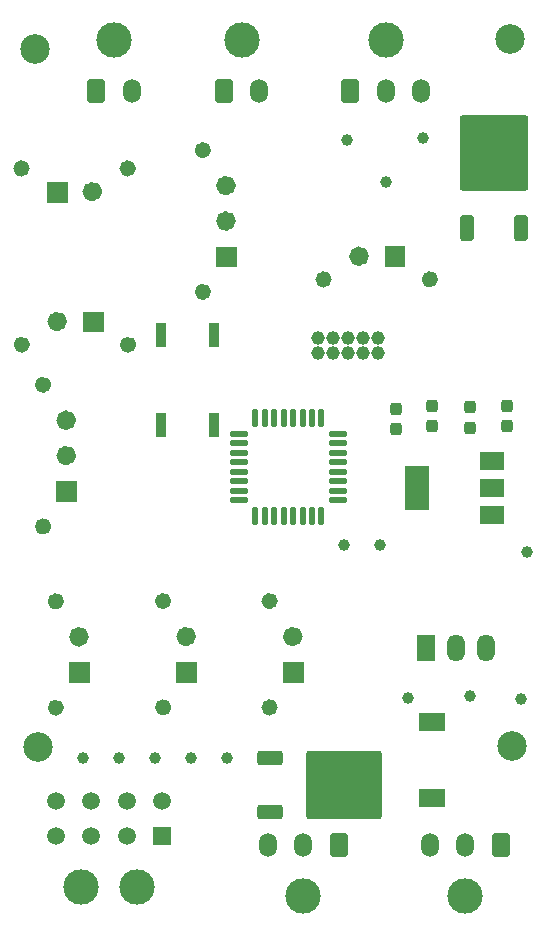
<source format=gbr>
%TF.GenerationSoftware,KiCad,Pcbnew,7.0.7*%
%TF.CreationDate,2024-05-10T07:30:13-05:00*%
%TF.ProjectId,WaterBlasterV2,57617465-7242-46c6-9173-74657256322e,rev?*%
%TF.SameCoordinates,Original*%
%TF.FileFunction,Soldermask,Top*%
%TF.FilePolarity,Negative*%
%FSLAX46Y46*%
G04 Gerber Fmt 4.6, Leading zero omitted, Abs format (unit mm)*
G04 Created by KiCad (PCBNEW 7.0.7) date 2024-05-10 07:30:13*
%MOMM*%
%LPD*%
G01*
G04 APERTURE LIST*
G04 Aperture macros list*
%AMRoundRect*
0 Rectangle with rounded corners*
0 $1 Rounding radius*
0 $2 $3 $4 $5 $6 $7 $8 $9 X,Y pos of 4 corners*
0 Add a 4 corners polygon primitive as box body*
4,1,4,$2,$3,$4,$5,$6,$7,$8,$9,$2,$3,0*
0 Add four circle primitives for the rounded corners*
1,1,$1+$1,$2,$3*
1,1,$1+$1,$4,$5*
1,1,$1+$1,$6,$7*
1,1,$1+$1,$8,$9*
0 Add four rect primitives between the rounded corners*
20,1,$1+$1,$2,$3,$4,$5,0*
20,1,$1+$1,$4,$5,$6,$7,0*
20,1,$1+$1,$6,$7,$8,$9,0*
20,1,$1+$1,$8,$9,$2,$3,0*%
G04 Aperture macros list end*
%ADD10C,0.836200*%
%ADD11C,0.711200*%
%ADD12C,0.010000*%
%ADD13C,1.270000*%
%ADD14RoundRect,0.125000X-0.625000X-0.125000X0.625000X-0.125000X0.625000X0.125000X-0.625000X0.125000X0*%
%ADD15RoundRect,0.125000X-0.125000X-0.625000X0.125000X-0.625000X0.125000X0.625000X-0.125000X0.625000X0*%
%ADD16R,1.520000X1.520000*%
%ADD17C,1.520000*%
%ADD18C,2.999999*%
%ADD19R,0.863600X2.006600*%
%ADD20RoundRect,0.250000X0.350000X-0.850000X0.350000X0.850000X-0.350000X0.850000X-0.350000X-0.850000X0*%
%ADD21RoundRect,0.249997X2.650003X-2.950003X2.650003X2.950003X-2.650003X2.950003X-2.650003X-2.950003X0*%
%ADD22RoundRect,0.250000X-0.850000X-0.350000X0.850000X-0.350000X0.850000X0.350000X-0.850000X0.350000X0*%
%ADD23RoundRect,0.249997X-2.950003X-2.650003X2.950003X-2.650003X2.950003X2.650003X-2.950003X2.650003X0*%
%ADD24C,1.168400*%
%ADD25O,1.500000X2.020000*%
%ADD26RoundRect,0.250001X0.499999X0.759999X-0.499999X0.759999X-0.499999X-0.759999X0.499999X-0.759999X0*%
%ADD27C,3.000000*%
%ADD28RoundRect,0.250001X-0.499999X-0.759999X0.499999X-0.759999X0.499999X0.759999X-0.499999X0.759999X0*%
%ADD29R,1.500000X2.300000*%
%ADD30O,1.500000X2.300000*%
%ADD31R,2.000000X1.500000*%
%ADD32R,2.000000X3.800000*%
%ADD33C,1.000000*%
%ADD34R,2.200000X1.500000*%
%ADD35C,2.500000*%
%ADD36RoundRect,0.237500X0.237500X-0.287500X0.237500X0.287500X-0.237500X0.287500X-0.237500X-0.287500X0*%
G04 APERTURE END LIST*
D10*
%TO.C,J12*%
X115927100Y-72692000D02*
G75*
G03*
X115927100Y-72692000I-418100J0D01*
G01*
D11*
X113904600Y-69692000D02*
G75*
G03*
X113904600Y-69692000I-355600J0D01*
G01*
X113904600Y-81692000D02*
G75*
G03*
X113904600Y-81692000I-355600J0D01*
G01*
D10*
X115927100Y-75692000D02*
G75*
G03*
X115927100Y-75692000I-418100J0D01*
G01*
D12*
X116345200Y-79528200D02*
X114672800Y-79528200D01*
X114672800Y-77855800D01*
X116345200Y-77855800D01*
X116345200Y-79528200D01*
G36*
X116345200Y-79528200D02*
G01*
X114672800Y-79528200D01*
X114672800Y-77855800D01*
X116345200Y-77855800D01*
X116345200Y-79528200D01*
G37*
D10*
%TO.C,J11*%
X102399100Y-92552000D02*
G75*
G03*
X102399100Y-92552000I-418100J0D01*
G01*
D11*
X100376600Y-89552000D02*
G75*
G03*
X100376600Y-89552000I-355600J0D01*
G01*
X100376600Y-101552000D02*
G75*
G03*
X100376600Y-101552000I-355600J0D01*
G01*
D10*
X102399100Y-95552000D02*
G75*
G03*
X102399100Y-95552000I-418100J0D01*
G01*
D12*
X102817200Y-99388200D02*
X101144800Y-99388200D01*
X101144800Y-97715800D01*
X102817200Y-97715800D01*
X102817200Y-99388200D01*
G36*
X102817200Y-99388200D02*
G01*
X101144800Y-99388200D01*
X101144800Y-97715800D01*
X102817200Y-97715800D01*
X102817200Y-99388200D01*
G37*
%TO.C,J9*%
X105055200Y-85037200D02*
X103382800Y-85037200D01*
X103382800Y-83364800D01*
X105055200Y-83364800D01*
X105055200Y-85037200D01*
G36*
X105055200Y-85037200D02*
G01*
X103382800Y-85037200D01*
X103382800Y-83364800D01*
X105055200Y-83364800D01*
X105055200Y-85037200D01*
G37*
D10*
X101637100Y-84201000D02*
G75*
G03*
X101637100Y-84201000I-418100J0D01*
G01*
D11*
X107574600Y-86161000D02*
G75*
G03*
X107574600Y-86161000I-355600J0D01*
G01*
X98574600Y-86161000D02*
G75*
G03*
X98574600Y-86161000I-355600J0D01*
G01*
%TO.C,J10*%
X124125600Y-80634000D02*
G75*
G03*
X124125600Y-80634000I-355600J0D01*
G01*
X133125600Y-80634000D02*
G75*
G03*
X133125600Y-80634000I-355600J0D01*
G01*
D10*
X127188100Y-78674000D02*
G75*
G03*
X127188100Y-78674000I-418100J0D01*
G01*
D12*
X130606200Y-79510200D02*
X128933800Y-79510200D01*
X128933800Y-77837800D01*
X130606200Y-77837800D01*
X130606200Y-79510200D01*
G36*
X130606200Y-79510200D02*
G01*
X128933800Y-79510200D01*
X128933800Y-77837800D01*
X130606200Y-77837800D01*
X130606200Y-79510200D01*
G37*
%TO.C,J8*%
X102024200Y-74043200D02*
X100351800Y-74043200D01*
X100351800Y-72370800D01*
X102024200Y-72370800D01*
X102024200Y-74043200D01*
G36*
X102024200Y-74043200D02*
G01*
X100351800Y-74043200D01*
X100351800Y-72370800D01*
X102024200Y-72370800D01*
X102024200Y-74043200D01*
G37*
D10*
X104606100Y-73207000D02*
G75*
G03*
X104606100Y-73207000I-418100J0D01*
G01*
D11*
X98543600Y-71247000D02*
G75*
G03*
X98543600Y-71247000I-355600J0D01*
G01*
X107543600Y-71247000D02*
G75*
G03*
X107543600Y-71247000I-355600J0D01*
G01*
%TO.C,J5*%
D12*
X103899200Y-114731200D02*
X102226800Y-114731200D01*
X102226800Y-113058800D01*
X103899200Y-113058800D01*
X103899200Y-114731200D01*
G36*
X103899200Y-114731200D02*
G01*
X102226800Y-114731200D01*
X102226800Y-113058800D01*
X103899200Y-113058800D01*
X103899200Y-114731200D01*
G37*
D10*
X103481100Y-110895000D02*
G75*
G03*
X103481100Y-110895000I-418100J0D01*
G01*
D11*
X101458600Y-116895000D02*
G75*
G03*
X101458600Y-116895000I-355600J0D01*
G01*
X101458600Y-107895000D02*
G75*
G03*
X101458600Y-107895000I-355600J0D01*
G01*
%TO.C,J4*%
D12*
X112977200Y-114707200D02*
X111304800Y-114707200D01*
X111304800Y-113034800D01*
X112977200Y-113034800D01*
X112977200Y-114707200D01*
G36*
X112977200Y-114707200D02*
G01*
X111304800Y-114707200D01*
X111304800Y-113034800D01*
X112977200Y-113034800D01*
X112977200Y-114707200D01*
G37*
D10*
X112559100Y-110871000D02*
G75*
G03*
X112559100Y-110871000I-418100J0D01*
G01*
D11*
X110536600Y-116871000D02*
G75*
G03*
X110536600Y-116871000I-355600J0D01*
G01*
X110536600Y-107871000D02*
G75*
G03*
X110536600Y-107871000I-355600J0D01*
G01*
%TO.C,J3*%
D12*
X121994200Y-114707200D02*
X120321800Y-114707200D01*
X120321800Y-113034800D01*
X121994200Y-113034800D01*
X121994200Y-114707200D01*
G36*
X121994200Y-114707200D02*
G01*
X120321800Y-114707200D01*
X120321800Y-113034800D01*
X121994200Y-113034800D01*
X121994200Y-114707200D01*
G37*
D10*
X121576100Y-110871000D02*
G75*
G03*
X121576100Y-110871000I-418100J0D01*
G01*
D11*
X119553600Y-116871000D02*
G75*
G03*
X119553600Y-116871000I-355600J0D01*
G01*
X119553600Y-107871000D02*
G75*
G03*
X119553600Y-107871000I-355600J0D01*
G01*
%TD*%
D13*
%TO.C,J12*%
X113549000Y-69692000D03*
X113549000Y-81692000D03*
%TD*%
%TO.C,J11*%
X100021000Y-89552000D03*
X100021000Y-101552000D03*
%TD*%
%TO.C,J9*%
X107219000Y-86161000D03*
X98219000Y-86161000D03*
%TD*%
%TO.C,J10*%
X123770000Y-80634000D03*
X132770000Y-80634000D03*
%TD*%
%TO.C,J8*%
X98188000Y-71247000D03*
X107188000Y-71247000D03*
%TD*%
%TO.C,J5*%
X101103000Y-116895000D03*
X101103000Y-107895000D03*
%TD*%
%TO.C,J4*%
X110181000Y-116871000D03*
X110181000Y-107871000D03*
%TD*%
%TO.C,J3*%
X119198000Y-116871000D03*
X119198000Y-107871000D03*
%TD*%
D14*
%TO.C,U3*%
X116618000Y-93714000D03*
X116618000Y-94514000D03*
X116618000Y-95314000D03*
X116618000Y-96114000D03*
X116618000Y-96914000D03*
X116618000Y-97714000D03*
X116618000Y-98514000D03*
X116618000Y-99314000D03*
D15*
X117993000Y-100689000D03*
X118793000Y-100689000D03*
X119593000Y-100689000D03*
X120393000Y-100689000D03*
X121193000Y-100689000D03*
X121993000Y-100689000D03*
X122793000Y-100689000D03*
X123593000Y-100689000D03*
D14*
X124968000Y-99314000D03*
X124968000Y-98514000D03*
X124968000Y-97714000D03*
X124968000Y-96914000D03*
X124968000Y-96114000D03*
X124968000Y-95314000D03*
X124968000Y-94514000D03*
X124968000Y-93714000D03*
D15*
X123593000Y-92339000D03*
X122793000Y-92339000D03*
X121993000Y-92339000D03*
X121193000Y-92339000D03*
X120393000Y-92339000D03*
X119593000Y-92339000D03*
X118793000Y-92339000D03*
X117993000Y-92339000D03*
%TD*%
D16*
%TO.C,J16*%
X110109000Y-127762000D03*
D17*
X107109001Y-127762000D03*
X104109002Y-127762000D03*
X101109003Y-127762000D03*
X110109000Y-124762001D03*
X107109001Y-124762001D03*
X104109002Y-124762001D03*
X101109003Y-124762001D03*
D18*
X107968994Y-132081999D03*
X103269004Y-132081999D03*
%TD*%
D19*
%TO.C,SW1*%
X114518001Y-85305900D03*
X114518001Y-93002100D03*
X110017999Y-85305900D03*
X110017999Y-93002100D03*
%TD*%
D20*
%TO.C,Q2*%
X135895000Y-76253000D03*
X140455000Y-76253000D03*
D21*
X138175000Y-69953000D03*
%TD*%
D22*
%TO.C,Q1*%
X119244000Y-121164000D03*
X119244000Y-125724000D03*
D23*
X125544000Y-123444000D03*
%TD*%
D24*
%TO.C,J2*%
X128397000Y-85598000D03*
X128397000Y-86868000D03*
X127127000Y-85598000D03*
X127127000Y-86868000D03*
X125857000Y-85598000D03*
X125857000Y-86868000D03*
X124587000Y-85598000D03*
X124587000Y-86868000D03*
X123317000Y-85598000D03*
X123317000Y-86868000D03*
%TD*%
D25*
%TO.C,J15*%
X119047000Y-128491000D03*
X122047000Y-128491000D03*
D26*
X125047000Y-128491000D03*
D27*
X122047000Y-132811000D03*
%TD*%
D25*
%TO.C,J14*%
X132032000Y-64676000D03*
X129032000Y-64676000D03*
D28*
X126032000Y-64676000D03*
D27*
X129032000Y-60356000D03*
%TD*%
D25*
%TO.C,J13*%
X132763000Y-128522000D03*
X135763000Y-128522000D03*
D26*
X138763000Y-128522000D03*
D27*
X135763000Y-132842000D03*
%TD*%
D29*
%TO.C,U2*%
X132427000Y-111808500D03*
D30*
X134967000Y-111808500D03*
X137507000Y-111808500D03*
%TD*%
D31*
%TO.C,U1*%
X138024000Y-95998000D03*
X138024000Y-98298000D03*
D32*
X131724000Y-98298000D03*
D31*
X138024000Y-100598000D03*
%TD*%
D33*
%TO.C,MISO*%
X106426000Y-121158000D03*
%TD*%
%TO.C,MOSI*%
X109474000Y-121158000D03*
%TD*%
%TO.C,SCK*%
X103378000Y-121158000D03*
%TD*%
%TO.C,~{CS}*%
X112524000Y-121158000D03*
%TD*%
%TO.C,~{RST}*%
X115570000Y-121158000D03*
%TD*%
%TO.C,VGND*%
X125730000Y-68834000D03*
%TD*%
%TO.C,VPWR*%
X129032000Y-72390000D03*
%TD*%
%TO.C,PPWR*%
X140462000Y-116205000D03*
%TD*%
%TO.C,PGND*%
X136144000Y-115951000D03*
%TD*%
%TO.C,PCTRL*%
X130937000Y-116078000D03*
%TD*%
%TO.C,VCTRL*%
X132207000Y-68707000D03*
%TD*%
%TO.C,5V*%
X140970000Y-103759000D03*
%TD*%
%TO.C,GND*%
X128524000Y-103124000D03*
%TD*%
%TO.C,3V3*%
X125476000Y-103124000D03*
%TD*%
D34*
%TO.C,L1*%
X132969000Y-118110000D03*
X132969000Y-124510000D03*
%TD*%
D27*
%TO.C,J7*%
X106045000Y-60356000D03*
D28*
X104545000Y-64676000D03*
D25*
X107545000Y-64676000D03*
%TD*%
%TO.C,J6*%
X118340000Y-64676000D03*
D28*
X115340000Y-64676000D03*
D27*
X116840000Y-60356000D03*
%TD*%
D35*
%TO.C,H4*%
X139700000Y-120142000D03*
%TD*%
%TO.C,H3*%
X99568000Y-120269000D03*
%TD*%
%TO.C,H2*%
X139573000Y-60325000D03*
%TD*%
%TO.C,H1*%
X99314000Y-61118000D03*
%TD*%
D36*
%TO.C,D4*%
X129921000Y-93331000D03*
X129921000Y-91581000D03*
%TD*%
%TO.C,D3*%
X132969000Y-93077000D03*
X132969000Y-91327000D03*
%TD*%
%TO.C,D2*%
X136144000Y-91454000D03*
X136144000Y-93204000D03*
%TD*%
%TO.C,D1*%
X139319000Y-93077000D03*
X139319000Y-91327000D03*
%TD*%
M02*

</source>
